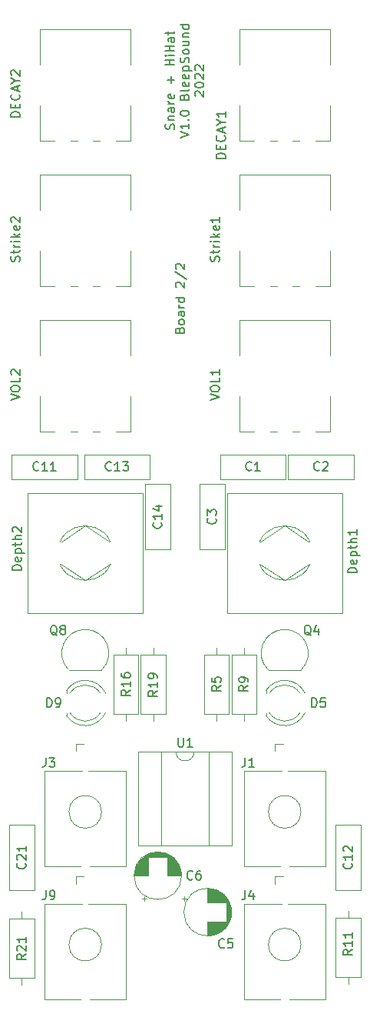
<source format=gto>
G04 #@! TF.GenerationSoftware,KiCad,Pcbnew,(6.0.0)*
G04 #@! TF.CreationDate,2022-01-31T10:20:25+01:00*
G04 #@! TF.ProjectId,Snare+Hihat,536e6172-652b-4486-9968-61742e6b6963,rev?*
G04 #@! TF.SameCoordinates,Original*
G04 #@! TF.FileFunction,Legend,Top*
G04 #@! TF.FilePolarity,Positive*
%FSLAX46Y46*%
G04 Gerber Fmt 4.6, Leading zero omitted, Abs format (unit mm)*
G04 Created by KiCad (PCBNEW (6.0.0)) date 2022-01-31 10:20:25*
%MOMM*%
%LPD*%
G01*
G04 APERTURE LIST*
%ADD10C,0.150000*%
%ADD11C,0.120000*%
%ADD12C,1.600000*%
%ADD13R,1.600000X1.600000*%
%ADD14R,1.800000X1.800000*%
%ADD15C,1.800000*%
%ADD16C,4.000000*%
%ADD17R,1.930000X1.830000*%
%ADD18C,2.130000*%
%ADD19R,1.050000X1.500000*%
%ADD20O,1.050000X1.500000*%
%ADD21O,1.600000X1.600000*%
%ADD22O,3.700000X2.400000*%
%ADD23R,1.700000X1.700000*%
%ADD24O,1.700000X1.700000*%
G04 APERTURE END LIST*
D10*
X92428571Y-65452380D02*
X92476190Y-65309523D01*
X92523809Y-65261904D01*
X92619047Y-65214285D01*
X92761904Y-65214285D01*
X92857142Y-65261904D01*
X92904761Y-65309523D01*
X92952380Y-65404761D01*
X92952380Y-65785714D01*
X91952380Y-65785714D01*
X91952380Y-65452380D01*
X92000000Y-65357142D01*
X92047619Y-65309523D01*
X92142857Y-65261904D01*
X92238095Y-65261904D01*
X92333333Y-65309523D01*
X92380952Y-65357142D01*
X92428571Y-65452380D01*
X92428571Y-65785714D01*
X92952380Y-64642857D02*
X92904761Y-64738095D01*
X92857142Y-64785714D01*
X92761904Y-64833333D01*
X92476190Y-64833333D01*
X92380952Y-64785714D01*
X92333333Y-64738095D01*
X92285714Y-64642857D01*
X92285714Y-64500000D01*
X92333333Y-64404761D01*
X92380952Y-64357142D01*
X92476190Y-64309523D01*
X92761904Y-64309523D01*
X92857142Y-64357142D01*
X92904761Y-64404761D01*
X92952380Y-64500000D01*
X92952380Y-64642857D01*
X92952380Y-63452380D02*
X92428571Y-63452380D01*
X92333333Y-63500000D01*
X92285714Y-63595238D01*
X92285714Y-63785714D01*
X92333333Y-63880952D01*
X92904761Y-63452380D02*
X92952380Y-63547619D01*
X92952380Y-63785714D01*
X92904761Y-63880952D01*
X92809523Y-63928571D01*
X92714285Y-63928571D01*
X92619047Y-63880952D01*
X92571428Y-63785714D01*
X92571428Y-63547619D01*
X92523809Y-63452380D01*
X92952380Y-62976190D02*
X92285714Y-62976190D01*
X92476190Y-62976190D02*
X92380952Y-62928571D01*
X92333333Y-62880952D01*
X92285714Y-62785714D01*
X92285714Y-62690476D01*
X92952380Y-61928571D02*
X91952380Y-61928571D01*
X92904761Y-61928571D02*
X92952380Y-62023809D01*
X92952380Y-62214285D01*
X92904761Y-62309523D01*
X92857142Y-62357142D01*
X92761904Y-62404761D01*
X92476190Y-62404761D01*
X92380952Y-62357142D01*
X92333333Y-62309523D01*
X92285714Y-62214285D01*
X92285714Y-62023809D01*
X92333333Y-61928571D01*
X92047619Y-60738095D02*
X92000000Y-60690476D01*
X91952380Y-60595238D01*
X91952380Y-60357142D01*
X92000000Y-60261904D01*
X92047619Y-60214285D01*
X92142857Y-60166666D01*
X92238095Y-60166666D01*
X92380952Y-60214285D01*
X92952380Y-60785714D01*
X92952380Y-60166666D01*
X91904761Y-59023809D02*
X93190476Y-59880952D01*
X92047619Y-58738095D02*
X92000000Y-58690476D01*
X91952380Y-58595238D01*
X91952380Y-58357142D01*
X92000000Y-58261904D01*
X92047619Y-58214285D01*
X92142857Y-58166666D01*
X92238095Y-58166666D01*
X92380952Y-58214285D01*
X92952380Y-58785714D01*
X92952380Y-58166666D01*
X91794761Y-43333333D02*
X91842380Y-43190476D01*
X91842380Y-42952380D01*
X91794761Y-42857142D01*
X91747142Y-42809523D01*
X91651904Y-42761904D01*
X91556666Y-42761904D01*
X91461428Y-42809523D01*
X91413809Y-42857142D01*
X91366190Y-42952380D01*
X91318571Y-43142857D01*
X91270952Y-43238095D01*
X91223333Y-43285714D01*
X91128095Y-43333333D01*
X91032857Y-43333333D01*
X90937619Y-43285714D01*
X90890000Y-43238095D01*
X90842380Y-43142857D01*
X90842380Y-42904761D01*
X90890000Y-42761904D01*
X91175714Y-42333333D02*
X91842380Y-42333333D01*
X91270952Y-42333333D02*
X91223333Y-42285714D01*
X91175714Y-42190476D01*
X91175714Y-42047619D01*
X91223333Y-41952380D01*
X91318571Y-41904761D01*
X91842380Y-41904761D01*
X91842380Y-41000000D02*
X91318571Y-41000000D01*
X91223333Y-41047619D01*
X91175714Y-41142857D01*
X91175714Y-41333333D01*
X91223333Y-41428571D01*
X91794761Y-41000000D02*
X91842380Y-41095238D01*
X91842380Y-41333333D01*
X91794761Y-41428571D01*
X91699523Y-41476190D01*
X91604285Y-41476190D01*
X91509047Y-41428571D01*
X91461428Y-41333333D01*
X91461428Y-41095238D01*
X91413809Y-41000000D01*
X91842380Y-40523809D02*
X91175714Y-40523809D01*
X91366190Y-40523809D02*
X91270952Y-40476190D01*
X91223333Y-40428571D01*
X91175714Y-40333333D01*
X91175714Y-40238095D01*
X91794761Y-39523809D02*
X91842380Y-39619047D01*
X91842380Y-39809523D01*
X91794761Y-39904761D01*
X91699523Y-39952380D01*
X91318571Y-39952380D01*
X91223333Y-39904761D01*
X91175714Y-39809523D01*
X91175714Y-39619047D01*
X91223333Y-39523809D01*
X91318571Y-39476190D01*
X91413809Y-39476190D01*
X91509047Y-39952380D01*
X91461428Y-38285714D02*
X91461428Y-37523809D01*
X91842380Y-37904761D02*
X91080476Y-37904761D01*
X91842380Y-36285714D02*
X90842380Y-36285714D01*
X91318571Y-36285714D02*
X91318571Y-35714285D01*
X91842380Y-35714285D02*
X90842380Y-35714285D01*
X91842380Y-35238095D02*
X91175714Y-35238095D01*
X90842380Y-35238095D02*
X90890000Y-35285714D01*
X90937619Y-35238095D01*
X90890000Y-35190476D01*
X90842380Y-35238095D01*
X90937619Y-35238095D01*
X91842380Y-34761904D02*
X90842380Y-34761904D01*
X91318571Y-34761904D02*
X91318571Y-34190476D01*
X91842380Y-34190476D02*
X90842380Y-34190476D01*
X91842380Y-33285714D02*
X91318571Y-33285714D01*
X91223333Y-33333333D01*
X91175714Y-33428571D01*
X91175714Y-33619047D01*
X91223333Y-33714285D01*
X91794761Y-33285714D02*
X91842380Y-33380952D01*
X91842380Y-33619047D01*
X91794761Y-33714285D01*
X91699523Y-33761904D01*
X91604285Y-33761904D01*
X91509047Y-33714285D01*
X91461428Y-33619047D01*
X91461428Y-33380952D01*
X91413809Y-33285714D01*
X91175714Y-32952380D02*
X91175714Y-32571428D01*
X90842380Y-32809523D02*
X91699523Y-32809523D01*
X91794761Y-32761904D01*
X91842380Y-32666666D01*
X91842380Y-32571428D01*
X92452380Y-44261904D02*
X93452380Y-43928571D01*
X92452380Y-43595238D01*
X93452380Y-42738095D02*
X93452380Y-43309523D01*
X93452380Y-43023809D02*
X92452380Y-43023809D01*
X92595238Y-43119047D01*
X92690476Y-43214285D01*
X92738095Y-43309523D01*
X93357142Y-42309523D02*
X93404761Y-42261904D01*
X93452380Y-42309523D01*
X93404761Y-42357142D01*
X93357142Y-42309523D01*
X93452380Y-42309523D01*
X92452380Y-41642857D02*
X92452380Y-41547619D01*
X92500000Y-41452380D01*
X92547619Y-41404761D01*
X92642857Y-41357142D01*
X92833333Y-41309523D01*
X93071428Y-41309523D01*
X93261904Y-41357142D01*
X93357142Y-41404761D01*
X93404761Y-41452380D01*
X93452380Y-41547619D01*
X93452380Y-41642857D01*
X93404761Y-41738095D01*
X93357142Y-41785714D01*
X93261904Y-41833333D01*
X93071428Y-41880952D01*
X92833333Y-41880952D01*
X92642857Y-41833333D01*
X92547619Y-41785714D01*
X92500000Y-41738095D01*
X92452380Y-41642857D01*
X92928571Y-39785714D02*
X92976190Y-39642857D01*
X93023809Y-39595238D01*
X93119047Y-39547619D01*
X93261904Y-39547619D01*
X93357142Y-39595238D01*
X93404761Y-39642857D01*
X93452380Y-39738095D01*
X93452380Y-40119047D01*
X92452380Y-40119047D01*
X92452380Y-39785714D01*
X92500000Y-39690476D01*
X92547619Y-39642857D01*
X92642857Y-39595238D01*
X92738095Y-39595238D01*
X92833333Y-39642857D01*
X92880952Y-39690476D01*
X92928571Y-39785714D01*
X92928571Y-40119047D01*
X93452380Y-38976190D02*
X93404761Y-39071428D01*
X93309523Y-39119047D01*
X92452380Y-39119047D01*
X93404761Y-38214285D02*
X93452380Y-38309523D01*
X93452380Y-38500000D01*
X93404761Y-38595238D01*
X93309523Y-38642857D01*
X92928571Y-38642857D01*
X92833333Y-38595238D01*
X92785714Y-38500000D01*
X92785714Y-38309523D01*
X92833333Y-38214285D01*
X92928571Y-38166666D01*
X93023809Y-38166666D01*
X93119047Y-38642857D01*
X93404761Y-37357142D02*
X93452380Y-37452380D01*
X93452380Y-37642857D01*
X93404761Y-37738095D01*
X93309523Y-37785714D01*
X92928571Y-37785714D01*
X92833333Y-37738095D01*
X92785714Y-37642857D01*
X92785714Y-37452380D01*
X92833333Y-37357142D01*
X92928571Y-37309523D01*
X93023809Y-37309523D01*
X93119047Y-37785714D01*
X92785714Y-36880952D02*
X93785714Y-36880952D01*
X92833333Y-36880952D02*
X92785714Y-36785714D01*
X92785714Y-36595238D01*
X92833333Y-36500000D01*
X92880952Y-36452380D01*
X92976190Y-36404761D01*
X93261904Y-36404761D01*
X93357142Y-36452380D01*
X93404761Y-36500000D01*
X93452380Y-36595238D01*
X93452380Y-36785714D01*
X93404761Y-36880952D01*
X93404761Y-36023809D02*
X93452380Y-35880952D01*
X93452380Y-35642857D01*
X93404761Y-35547619D01*
X93357142Y-35500000D01*
X93261904Y-35452380D01*
X93166666Y-35452380D01*
X93071428Y-35500000D01*
X93023809Y-35547619D01*
X92976190Y-35642857D01*
X92928571Y-35833333D01*
X92880952Y-35928571D01*
X92833333Y-35976190D01*
X92738095Y-36023809D01*
X92642857Y-36023809D01*
X92547619Y-35976190D01*
X92500000Y-35928571D01*
X92452380Y-35833333D01*
X92452380Y-35595238D01*
X92500000Y-35452380D01*
X93452380Y-34880952D02*
X93404761Y-34976190D01*
X93357142Y-35023809D01*
X93261904Y-35071428D01*
X92976190Y-35071428D01*
X92880952Y-35023809D01*
X92833333Y-34976190D01*
X92785714Y-34880952D01*
X92785714Y-34738095D01*
X92833333Y-34642857D01*
X92880952Y-34595238D01*
X92976190Y-34547619D01*
X93261904Y-34547619D01*
X93357142Y-34595238D01*
X93404761Y-34642857D01*
X93452380Y-34738095D01*
X93452380Y-34880952D01*
X92785714Y-33690476D02*
X93452380Y-33690476D01*
X92785714Y-34119047D02*
X93309523Y-34119047D01*
X93404761Y-34071428D01*
X93452380Y-33976190D01*
X93452380Y-33833333D01*
X93404761Y-33738095D01*
X93357142Y-33690476D01*
X92785714Y-33214285D02*
X93452380Y-33214285D01*
X92880952Y-33214285D02*
X92833333Y-33166666D01*
X92785714Y-33071428D01*
X92785714Y-32928571D01*
X92833333Y-32833333D01*
X92928571Y-32785714D01*
X93452380Y-32785714D01*
X93452380Y-31880952D02*
X92452380Y-31880952D01*
X93404761Y-31880952D02*
X93452380Y-31976190D01*
X93452380Y-32166666D01*
X93404761Y-32261904D01*
X93357142Y-32309523D01*
X93261904Y-32357142D01*
X92976190Y-32357142D01*
X92880952Y-32309523D01*
X92833333Y-32261904D01*
X92785714Y-32166666D01*
X92785714Y-31976190D01*
X92833333Y-31880952D01*
X94157619Y-39714285D02*
X94110000Y-39666666D01*
X94062380Y-39571428D01*
X94062380Y-39333333D01*
X94110000Y-39238095D01*
X94157619Y-39190476D01*
X94252857Y-39142857D01*
X94348095Y-39142857D01*
X94490952Y-39190476D01*
X95062380Y-39761904D01*
X95062380Y-39142857D01*
X94062380Y-38523809D02*
X94062380Y-38428571D01*
X94110000Y-38333333D01*
X94157619Y-38285714D01*
X94252857Y-38238095D01*
X94443333Y-38190476D01*
X94681428Y-38190476D01*
X94871904Y-38238095D01*
X94967142Y-38285714D01*
X95014761Y-38333333D01*
X95062380Y-38428571D01*
X95062380Y-38523809D01*
X95014761Y-38619047D01*
X94967142Y-38666666D01*
X94871904Y-38714285D01*
X94681428Y-38761904D01*
X94443333Y-38761904D01*
X94252857Y-38714285D01*
X94157619Y-38666666D01*
X94110000Y-38619047D01*
X94062380Y-38523809D01*
X94157619Y-37809523D02*
X94110000Y-37761904D01*
X94062380Y-37666666D01*
X94062380Y-37428571D01*
X94110000Y-37333333D01*
X94157619Y-37285714D01*
X94252857Y-37238095D01*
X94348095Y-37238095D01*
X94490952Y-37285714D01*
X95062380Y-37857142D01*
X95062380Y-37238095D01*
X94157619Y-36857142D02*
X94110000Y-36809523D01*
X94062380Y-36714285D01*
X94062380Y-36476190D01*
X94110000Y-36380952D01*
X94157619Y-36333333D01*
X94252857Y-36285714D01*
X94348095Y-36285714D01*
X94490952Y-36333333D01*
X95062380Y-36904761D01*
X95062380Y-36285714D01*
X100333333Y-80857142D02*
X100285714Y-80904761D01*
X100142857Y-80952380D01*
X100047619Y-80952380D01*
X99904761Y-80904761D01*
X99809523Y-80809523D01*
X99761904Y-80714285D01*
X99714285Y-80523809D01*
X99714285Y-80380952D01*
X99761904Y-80190476D01*
X99809523Y-80095238D01*
X99904761Y-80000000D01*
X100047619Y-79952380D01*
X100142857Y-79952380D01*
X100285714Y-80000000D01*
X100333333Y-80047619D01*
X101285714Y-80952380D02*
X100714285Y-80952380D01*
X101000000Y-80952380D02*
X101000000Y-79952380D01*
X100904761Y-80095238D01*
X100809523Y-80190476D01*
X100714285Y-80238095D01*
X107833333Y-80857142D02*
X107785714Y-80904761D01*
X107642857Y-80952380D01*
X107547619Y-80952380D01*
X107404761Y-80904761D01*
X107309523Y-80809523D01*
X107261904Y-80714285D01*
X107214285Y-80523809D01*
X107214285Y-80380952D01*
X107261904Y-80190476D01*
X107309523Y-80095238D01*
X107404761Y-80000000D01*
X107547619Y-79952380D01*
X107642857Y-79952380D01*
X107785714Y-80000000D01*
X107833333Y-80047619D01*
X108214285Y-80047619D02*
X108261904Y-80000000D01*
X108357142Y-79952380D01*
X108595238Y-79952380D01*
X108690476Y-80000000D01*
X108738095Y-80047619D01*
X108785714Y-80142857D01*
X108785714Y-80238095D01*
X108738095Y-80380952D01*
X108166666Y-80952380D01*
X108785714Y-80952380D01*
X96357142Y-86166666D02*
X96404761Y-86214285D01*
X96452380Y-86357142D01*
X96452380Y-86452380D01*
X96404761Y-86595238D01*
X96309523Y-86690476D01*
X96214285Y-86738095D01*
X96023809Y-86785714D01*
X95880952Y-86785714D01*
X95690476Y-86738095D01*
X95595238Y-86690476D01*
X95500000Y-86595238D01*
X95452380Y-86452380D01*
X95452380Y-86357142D01*
X95500000Y-86214285D01*
X95547619Y-86166666D01*
X95452380Y-85833333D02*
X95452380Y-85214285D01*
X95833333Y-85547619D01*
X95833333Y-85404761D01*
X95880952Y-85309523D01*
X95928571Y-85261904D01*
X96023809Y-85214285D01*
X96261904Y-85214285D01*
X96357142Y-85261904D01*
X96404761Y-85309523D01*
X96452380Y-85404761D01*
X96452380Y-85690476D01*
X96404761Y-85785714D01*
X96357142Y-85833333D01*
X97333333Y-133357142D02*
X97285714Y-133404761D01*
X97142857Y-133452380D01*
X97047619Y-133452380D01*
X96904761Y-133404761D01*
X96809523Y-133309523D01*
X96761904Y-133214285D01*
X96714285Y-133023809D01*
X96714285Y-132880952D01*
X96761904Y-132690476D01*
X96809523Y-132595238D01*
X96904761Y-132500000D01*
X97047619Y-132452380D01*
X97142857Y-132452380D01*
X97285714Y-132500000D01*
X97333333Y-132547619D01*
X98238095Y-132452380D02*
X97761904Y-132452380D01*
X97714285Y-132928571D01*
X97761904Y-132880952D01*
X97857142Y-132833333D01*
X98095238Y-132833333D01*
X98190476Y-132880952D01*
X98238095Y-132928571D01*
X98285714Y-133023809D01*
X98285714Y-133261904D01*
X98238095Y-133357142D01*
X98190476Y-133404761D01*
X98095238Y-133452380D01*
X97857142Y-133452380D01*
X97761904Y-133404761D01*
X97714285Y-133357142D01*
X93833333Y-125857142D02*
X93785714Y-125904761D01*
X93642857Y-125952380D01*
X93547619Y-125952380D01*
X93404761Y-125904761D01*
X93309523Y-125809523D01*
X93261904Y-125714285D01*
X93214285Y-125523809D01*
X93214285Y-125380952D01*
X93261904Y-125190476D01*
X93309523Y-125095238D01*
X93404761Y-125000000D01*
X93547619Y-124952380D01*
X93642857Y-124952380D01*
X93785714Y-125000000D01*
X93833333Y-125047619D01*
X94690476Y-124952380D02*
X94500000Y-124952380D01*
X94404761Y-125000000D01*
X94357142Y-125047619D01*
X94261904Y-125190476D01*
X94214285Y-125380952D01*
X94214285Y-125761904D01*
X94261904Y-125857142D01*
X94309523Y-125904761D01*
X94404761Y-125952380D01*
X94595238Y-125952380D01*
X94690476Y-125904761D01*
X94738095Y-125857142D01*
X94785714Y-125761904D01*
X94785714Y-125523809D01*
X94738095Y-125428571D01*
X94690476Y-125380952D01*
X94595238Y-125333333D01*
X94404761Y-125333333D01*
X94309523Y-125380952D01*
X94261904Y-125428571D01*
X94214285Y-125523809D01*
X76857142Y-80857142D02*
X76809523Y-80904761D01*
X76666666Y-80952380D01*
X76571428Y-80952380D01*
X76428571Y-80904761D01*
X76333333Y-80809523D01*
X76285714Y-80714285D01*
X76238095Y-80523809D01*
X76238095Y-80380952D01*
X76285714Y-80190476D01*
X76333333Y-80095238D01*
X76428571Y-80000000D01*
X76571428Y-79952380D01*
X76666666Y-79952380D01*
X76809523Y-80000000D01*
X76857142Y-80047619D01*
X77809523Y-80952380D02*
X77238095Y-80952380D01*
X77523809Y-80952380D02*
X77523809Y-79952380D01*
X77428571Y-80095238D01*
X77333333Y-80190476D01*
X77238095Y-80238095D01*
X78761904Y-80952380D02*
X78190476Y-80952380D01*
X78476190Y-80952380D02*
X78476190Y-79952380D01*
X78380952Y-80095238D01*
X78285714Y-80190476D01*
X78190476Y-80238095D01*
X111357142Y-124142857D02*
X111404761Y-124190476D01*
X111452380Y-124333333D01*
X111452380Y-124428571D01*
X111404761Y-124571428D01*
X111309523Y-124666666D01*
X111214285Y-124714285D01*
X111023809Y-124761904D01*
X110880952Y-124761904D01*
X110690476Y-124714285D01*
X110595238Y-124666666D01*
X110500000Y-124571428D01*
X110452380Y-124428571D01*
X110452380Y-124333333D01*
X110500000Y-124190476D01*
X110547619Y-124142857D01*
X111452380Y-123190476D02*
X111452380Y-123761904D01*
X111452380Y-123476190D02*
X110452380Y-123476190D01*
X110595238Y-123571428D01*
X110690476Y-123666666D01*
X110738095Y-123761904D01*
X110547619Y-122809523D02*
X110500000Y-122761904D01*
X110452380Y-122666666D01*
X110452380Y-122428571D01*
X110500000Y-122333333D01*
X110547619Y-122285714D01*
X110642857Y-122238095D01*
X110738095Y-122238095D01*
X110880952Y-122285714D01*
X111452380Y-122857142D01*
X111452380Y-122238095D01*
X84857142Y-80857142D02*
X84809523Y-80904761D01*
X84666666Y-80952380D01*
X84571428Y-80952380D01*
X84428571Y-80904761D01*
X84333333Y-80809523D01*
X84285714Y-80714285D01*
X84238095Y-80523809D01*
X84238095Y-80380952D01*
X84285714Y-80190476D01*
X84333333Y-80095238D01*
X84428571Y-80000000D01*
X84571428Y-79952380D01*
X84666666Y-79952380D01*
X84809523Y-80000000D01*
X84857142Y-80047619D01*
X85809523Y-80952380D02*
X85238095Y-80952380D01*
X85523809Y-80952380D02*
X85523809Y-79952380D01*
X85428571Y-80095238D01*
X85333333Y-80190476D01*
X85238095Y-80238095D01*
X86142857Y-79952380D02*
X86761904Y-79952380D01*
X86428571Y-80333333D01*
X86571428Y-80333333D01*
X86666666Y-80380952D01*
X86714285Y-80428571D01*
X86761904Y-80523809D01*
X86761904Y-80761904D01*
X86714285Y-80857142D01*
X86666666Y-80904761D01*
X86571428Y-80952380D01*
X86285714Y-80952380D01*
X86190476Y-80904761D01*
X86142857Y-80857142D01*
X90357142Y-86642857D02*
X90404761Y-86690476D01*
X90452380Y-86833333D01*
X90452380Y-86928571D01*
X90404761Y-87071428D01*
X90309523Y-87166666D01*
X90214285Y-87214285D01*
X90023809Y-87261904D01*
X89880952Y-87261904D01*
X89690476Y-87214285D01*
X89595238Y-87166666D01*
X89500000Y-87071428D01*
X89452380Y-86928571D01*
X89452380Y-86833333D01*
X89500000Y-86690476D01*
X89547619Y-86642857D01*
X90452380Y-85690476D02*
X90452380Y-86261904D01*
X90452380Y-85976190D02*
X89452380Y-85976190D01*
X89595238Y-86071428D01*
X89690476Y-86166666D01*
X89738095Y-86261904D01*
X89785714Y-84833333D02*
X90452380Y-84833333D01*
X89404761Y-85071428D02*
X90119047Y-85309523D01*
X90119047Y-84690476D01*
X75357142Y-124142857D02*
X75404761Y-124190476D01*
X75452380Y-124333333D01*
X75452380Y-124428571D01*
X75404761Y-124571428D01*
X75309523Y-124666666D01*
X75214285Y-124714285D01*
X75023809Y-124761904D01*
X74880952Y-124761904D01*
X74690476Y-124714285D01*
X74595238Y-124666666D01*
X74500000Y-124571428D01*
X74452380Y-124428571D01*
X74452380Y-124333333D01*
X74500000Y-124190476D01*
X74547619Y-124142857D01*
X74547619Y-123761904D02*
X74500000Y-123714285D01*
X74452380Y-123619047D01*
X74452380Y-123380952D01*
X74500000Y-123285714D01*
X74547619Y-123238095D01*
X74642857Y-123190476D01*
X74738095Y-123190476D01*
X74880952Y-123238095D01*
X75452380Y-123809523D01*
X75452380Y-123190476D01*
X75452380Y-122238095D02*
X75452380Y-122809523D01*
X75452380Y-122523809D02*
X74452380Y-122523809D01*
X74595238Y-122619047D01*
X74690476Y-122714285D01*
X74738095Y-122809523D01*
X106986904Y-106952380D02*
X106986904Y-105952380D01*
X107225000Y-105952380D01*
X107367857Y-106000000D01*
X107463095Y-106095238D01*
X107510714Y-106190476D01*
X107558333Y-106380952D01*
X107558333Y-106523809D01*
X107510714Y-106714285D01*
X107463095Y-106809523D01*
X107367857Y-106904761D01*
X107225000Y-106952380D01*
X106986904Y-106952380D01*
X108463095Y-105952380D02*
X107986904Y-105952380D01*
X107939285Y-106428571D01*
X107986904Y-106380952D01*
X108082142Y-106333333D01*
X108320238Y-106333333D01*
X108415476Y-106380952D01*
X108463095Y-106428571D01*
X108510714Y-106523809D01*
X108510714Y-106761904D01*
X108463095Y-106857142D01*
X108415476Y-106904761D01*
X108320238Y-106952380D01*
X108082142Y-106952380D01*
X107986904Y-106904761D01*
X107939285Y-106857142D01*
X77761904Y-106952380D02*
X77761904Y-105952380D01*
X78000000Y-105952380D01*
X78142857Y-106000000D01*
X78238095Y-106095238D01*
X78285714Y-106190476D01*
X78333333Y-106380952D01*
X78333333Y-106523809D01*
X78285714Y-106714285D01*
X78238095Y-106809523D01*
X78142857Y-106904761D01*
X78000000Y-106952380D01*
X77761904Y-106952380D01*
X78809523Y-106952380D02*
X79000000Y-106952380D01*
X79095238Y-106904761D01*
X79142857Y-106857142D01*
X79238095Y-106714285D01*
X79285714Y-106523809D01*
X79285714Y-106142857D01*
X79238095Y-106047619D01*
X79190476Y-106000000D01*
X79095238Y-105952380D01*
X78904761Y-105952380D01*
X78809523Y-106000000D01*
X78761904Y-106047619D01*
X78714285Y-106142857D01*
X78714285Y-106380952D01*
X78761904Y-106476190D01*
X78809523Y-106523809D01*
X78904761Y-106571428D01*
X79095238Y-106571428D01*
X79190476Y-106523809D01*
X79238095Y-106476190D01*
X79285714Y-106380952D01*
X74802380Y-41997619D02*
X73802380Y-41997619D01*
X73802380Y-41759523D01*
X73850000Y-41616666D01*
X73945238Y-41521428D01*
X74040476Y-41473809D01*
X74230952Y-41426190D01*
X74373809Y-41426190D01*
X74564285Y-41473809D01*
X74659523Y-41521428D01*
X74754761Y-41616666D01*
X74802380Y-41759523D01*
X74802380Y-41997619D01*
X74278571Y-40997619D02*
X74278571Y-40664285D01*
X74802380Y-40521428D02*
X74802380Y-40997619D01*
X73802380Y-40997619D01*
X73802380Y-40521428D01*
X74707142Y-39521428D02*
X74754761Y-39569047D01*
X74802380Y-39711904D01*
X74802380Y-39807142D01*
X74754761Y-39950000D01*
X74659523Y-40045238D01*
X74564285Y-40092857D01*
X74373809Y-40140476D01*
X74230952Y-40140476D01*
X74040476Y-40092857D01*
X73945238Y-40045238D01*
X73850000Y-39950000D01*
X73802380Y-39807142D01*
X73802380Y-39711904D01*
X73850000Y-39569047D01*
X73897619Y-39521428D01*
X74516666Y-39140476D02*
X74516666Y-38664285D01*
X74802380Y-39235714D02*
X73802380Y-38902380D01*
X74802380Y-38569047D01*
X74326190Y-38045238D02*
X74802380Y-38045238D01*
X73802380Y-38378571D02*
X74326190Y-38045238D01*
X73802380Y-37711904D01*
X73897619Y-37426190D02*
X73850000Y-37378571D01*
X73802380Y-37283333D01*
X73802380Y-37045238D01*
X73850000Y-36950000D01*
X73897619Y-36902380D01*
X73992857Y-36854761D01*
X74088095Y-36854761D01*
X74230952Y-36902380D01*
X74802380Y-37473809D01*
X74802380Y-36854761D01*
X77636666Y-112532380D02*
X77636666Y-113246666D01*
X77589047Y-113389523D01*
X77493809Y-113484761D01*
X77350952Y-113532380D01*
X77255714Y-113532380D01*
X78017619Y-112532380D02*
X78636666Y-112532380D01*
X78303333Y-112913333D01*
X78446190Y-112913333D01*
X78541428Y-112960952D01*
X78589047Y-113008571D01*
X78636666Y-113103809D01*
X78636666Y-113341904D01*
X78589047Y-113437142D01*
X78541428Y-113484761D01*
X78446190Y-113532380D01*
X78160476Y-113532380D01*
X78065238Y-113484761D01*
X78017619Y-113437142D01*
X99636666Y-127132380D02*
X99636666Y-127846666D01*
X99589047Y-127989523D01*
X99493809Y-128084761D01*
X99350952Y-128132380D01*
X99255714Y-128132380D01*
X100541428Y-127465714D02*
X100541428Y-128132380D01*
X100303333Y-127084761D02*
X100065238Y-127799047D01*
X100684285Y-127799047D01*
X77636666Y-127132380D02*
X77636666Y-127846666D01*
X77589047Y-127989523D01*
X77493809Y-128084761D01*
X77350952Y-128132380D01*
X77255714Y-128132380D01*
X78160476Y-128132380D02*
X78350952Y-128132380D01*
X78446190Y-128084761D01*
X78493809Y-128037142D01*
X78589047Y-127894285D01*
X78636666Y-127703809D01*
X78636666Y-127322857D01*
X78589047Y-127227619D01*
X78541428Y-127180000D01*
X78446190Y-127132380D01*
X78255714Y-127132380D01*
X78160476Y-127180000D01*
X78112857Y-127227619D01*
X78065238Y-127322857D01*
X78065238Y-127560952D01*
X78112857Y-127656190D01*
X78160476Y-127703809D01*
X78255714Y-127751428D01*
X78446190Y-127751428D01*
X78541428Y-127703809D01*
X78589047Y-127656190D01*
X78636666Y-127560952D01*
X106904761Y-99047619D02*
X106809523Y-99000000D01*
X106714285Y-98904761D01*
X106571428Y-98761904D01*
X106476190Y-98714285D01*
X106380952Y-98714285D01*
X106428571Y-98952380D02*
X106333333Y-98904761D01*
X106238095Y-98809523D01*
X106190476Y-98619047D01*
X106190476Y-98285714D01*
X106238095Y-98095238D01*
X106333333Y-98000000D01*
X106428571Y-97952380D01*
X106619047Y-97952380D01*
X106714285Y-98000000D01*
X106809523Y-98095238D01*
X106857142Y-98285714D01*
X106857142Y-98619047D01*
X106809523Y-98809523D01*
X106714285Y-98904761D01*
X106619047Y-98952380D01*
X106428571Y-98952380D01*
X107714285Y-98285714D02*
X107714285Y-98952380D01*
X107476190Y-97904761D02*
X107238095Y-98619047D01*
X107857142Y-98619047D01*
X78904761Y-99047619D02*
X78809523Y-99000000D01*
X78714285Y-98904761D01*
X78571428Y-98761904D01*
X78476190Y-98714285D01*
X78380952Y-98714285D01*
X78428571Y-98952380D02*
X78333333Y-98904761D01*
X78238095Y-98809523D01*
X78190476Y-98619047D01*
X78190476Y-98285714D01*
X78238095Y-98095238D01*
X78333333Y-98000000D01*
X78428571Y-97952380D01*
X78619047Y-97952380D01*
X78714285Y-98000000D01*
X78809523Y-98095238D01*
X78857142Y-98285714D01*
X78857142Y-98619047D01*
X78809523Y-98809523D01*
X78714285Y-98904761D01*
X78619047Y-98952380D01*
X78428571Y-98952380D01*
X79428571Y-98380952D02*
X79333333Y-98333333D01*
X79285714Y-98285714D01*
X79238095Y-98190476D01*
X79238095Y-98142857D01*
X79285714Y-98047619D01*
X79333333Y-98000000D01*
X79428571Y-97952380D01*
X79619047Y-97952380D01*
X79714285Y-98000000D01*
X79761904Y-98047619D01*
X79809523Y-98142857D01*
X79809523Y-98190476D01*
X79761904Y-98285714D01*
X79714285Y-98333333D01*
X79619047Y-98380952D01*
X79428571Y-98380952D01*
X79333333Y-98428571D01*
X79285714Y-98476190D01*
X79238095Y-98571428D01*
X79238095Y-98761904D01*
X79285714Y-98857142D01*
X79333333Y-98904761D01*
X79428571Y-98952380D01*
X79619047Y-98952380D01*
X79714285Y-98904761D01*
X79761904Y-98857142D01*
X79809523Y-98761904D01*
X79809523Y-98571428D01*
X79761904Y-98476190D01*
X79714285Y-98428571D01*
X79619047Y-98380952D01*
X96952380Y-104586666D02*
X96476190Y-104920000D01*
X96952380Y-105158095D02*
X95952380Y-105158095D01*
X95952380Y-104777142D01*
X96000000Y-104681904D01*
X96047619Y-104634285D01*
X96142857Y-104586666D01*
X96285714Y-104586666D01*
X96380952Y-104634285D01*
X96428571Y-104681904D01*
X96476190Y-104777142D01*
X96476190Y-105158095D01*
X95952380Y-103681904D02*
X95952380Y-104158095D01*
X96428571Y-104205714D01*
X96380952Y-104158095D01*
X96333333Y-104062857D01*
X96333333Y-103824761D01*
X96380952Y-103729523D01*
X96428571Y-103681904D01*
X96523809Y-103634285D01*
X96761904Y-103634285D01*
X96857142Y-103681904D01*
X96904761Y-103729523D01*
X96952380Y-103824761D01*
X96952380Y-104062857D01*
X96904761Y-104158095D01*
X96857142Y-104205714D01*
X99952380Y-104586666D02*
X99476190Y-104920000D01*
X99952380Y-105158095D02*
X98952380Y-105158095D01*
X98952380Y-104777142D01*
X99000000Y-104681904D01*
X99047619Y-104634285D01*
X99142857Y-104586666D01*
X99285714Y-104586666D01*
X99380952Y-104634285D01*
X99428571Y-104681904D01*
X99476190Y-104777142D01*
X99476190Y-105158095D01*
X99952380Y-104110476D02*
X99952380Y-103920000D01*
X99904761Y-103824761D01*
X99857142Y-103777142D01*
X99714285Y-103681904D01*
X99523809Y-103634285D01*
X99142857Y-103634285D01*
X99047619Y-103681904D01*
X99000000Y-103729523D01*
X98952380Y-103824761D01*
X98952380Y-104015238D01*
X99000000Y-104110476D01*
X99047619Y-104158095D01*
X99142857Y-104205714D01*
X99380952Y-104205714D01*
X99476190Y-104158095D01*
X99523809Y-104110476D01*
X99571428Y-104015238D01*
X99571428Y-103824761D01*
X99523809Y-103729523D01*
X99476190Y-103681904D01*
X99380952Y-103634285D01*
X111452380Y-133642857D02*
X110976190Y-133976190D01*
X111452380Y-134214285D02*
X110452380Y-134214285D01*
X110452380Y-133833333D01*
X110500000Y-133738095D01*
X110547619Y-133690476D01*
X110642857Y-133642857D01*
X110785714Y-133642857D01*
X110880952Y-133690476D01*
X110928571Y-133738095D01*
X110976190Y-133833333D01*
X110976190Y-134214285D01*
X111452380Y-132690476D02*
X111452380Y-133261904D01*
X111452380Y-132976190D02*
X110452380Y-132976190D01*
X110595238Y-133071428D01*
X110690476Y-133166666D01*
X110738095Y-133261904D01*
X111452380Y-131738095D02*
X111452380Y-132309523D01*
X111452380Y-132023809D02*
X110452380Y-132023809D01*
X110595238Y-132119047D01*
X110690476Y-132214285D01*
X110738095Y-132309523D01*
X86952380Y-105062857D02*
X86476190Y-105396190D01*
X86952380Y-105634285D02*
X85952380Y-105634285D01*
X85952380Y-105253333D01*
X86000000Y-105158095D01*
X86047619Y-105110476D01*
X86142857Y-105062857D01*
X86285714Y-105062857D01*
X86380952Y-105110476D01*
X86428571Y-105158095D01*
X86476190Y-105253333D01*
X86476190Y-105634285D01*
X86952380Y-104110476D02*
X86952380Y-104681904D01*
X86952380Y-104396190D02*
X85952380Y-104396190D01*
X86095238Y-104491428D01*
X86190476Y-104586666D01*
X86238095Y-104681904D01*
X85952380Y-103253333D02*
X85952380Y-103443809D01*
X86000000Y-103539047D01*
X86047619Y-103586666D01*
X86190476Y-103681904D01*
X86380952Y-103729523D01*
X86761904Y-103729523D01*
X86857142Y-103681904D01*
X86904761Y-103634285D01*
X86952380Y-103539047D01*
X86952380Y-103348571D01*
X86904761Y-103253333D01*
X86857142Y-103205714D01*
X86761904Y-103158095D01*
X86523809Y-103158095D01*
X86428571Y-103205714D01*
X86380952Y-103253333D01*
X86333333Y-103348571D01*
X86333333Y-103539047D01*
X86380952Y-103634285D01*
X86428571Y-103681904D01*
X86523809Y-103729523D01*
X89952380Y-105142857D02*
X89476190Y-105476190D01*
X89952380Y-105714285D02*
X88952380Y-105714285D01*
X88952380Y-105333333D01*
X89000000Y-105238095D01*
X89047619Y-105190476D01*
X89142857Y-105142857D01*
X89285714Y-105142857D01*
X89380952Y-105190476D01*
X89428571Y-105238095D01*
X89476190Y-105333333D01*
X89476190Y-105714285D01*
X89952380Y-104190476D02*
X89952380Y-104761904D01*
X89952380Y-104476190D02*
X88952380Y-104476190D01*
X89095238Y-104571428D01*
X89190476Y-104666666D01*
X89238095Y-104761904D01*
X89952380Y-103714285D02*
X89952380Y-103523809D01*
X89904761Y-103428571D01*
X89857142Y-103380952D01*
X89714285Y-103285714D01*
X89523809Y-103238095D01*
X89142857Y-103238095D01*
X89047619Y-103285714D01*
X89000000Y-103333333D01*
X88952380Y-103428571D01*
X88952380Y-103619047D01*
X89000000Y-103714285D01*
X89047619Y-103761904D01*
X89142857Y-103809523D01*
X89380952Y-103809523D01*
X89476190Y-103761904D01*
X89523809Y-103714285D01*
X89571428Y-103619047D01*
X89571428Y-103428571D01*
X89523809Y-103333333D01*
X89476190Y-103285714D01*
X89380952Y-103238095D01*
X75452380Y-134142857D02*
X74976190Y-134476190D01*
X75452380Y-134714285D02*
X74452380Y-134714285D01*
X74452380Y-134333333D01*
X74500000Y-134238095D01*
X74547619Y-134190476D01*
X74642857Y-134142857D01*
X74785714Y-134142857D01*
X74880952Y-134190476D01*
X74928571Y-134238095D01*
X74976190Y-134333333D01*
X74976190Y-134714285D01*
X74547619Y-133761904D02*
X74500000Y-133714285D01*
X74452380Y-133619047D01*
X74452380Y-133380952D01*
X74500000Y-133285714D01*
X74547619Y-133238095D01*
X74642857Y-133190476D01*
X74738095Y-133190476D01*
X74880952Y-133238095D01*
X75452380Y-133809523D01*
X75452380Y-133190476D01*
X75452380Y-132238095D02*
X75452380Y-132809523D01*
X75452380Y-132523809D02*
X74452380Y-132523809D01*
X74595238Y-132619047D01*
X74690476Y-132714285D01*
X74738095Y-132809523D01*
X74754761Y-57878571D02*
X74802380Y-57735714D01*
X74802380Y-57497619D01*
X74754761Y-57402380D01*
X74707142Y-57354761D01*
X74611904Y-57307142D01*
X74516666Y-57307142D01*
X74421428Y-57354761D01*
X74373809Y-57402380D01*
X74326190Y-57497619D01*
X74278571Y-57688095D01*
X74230952Y-57783333D01*
X74183333Y-57830952D01*
X74088095Y-57878571D01*
X73992857Y-57878571D01*
X73897619Y-57830952D01*
X73850000Y-57783333D01*
X73802380Y-57688095D01*
X73802380Y-57450000D01*
X73850000Y-57307142D01*
X74135714Y-57021428D02*
X74135714Y-56640476D01*
X73802380Y-56878571D02*
X74659523Y-56878571D01*
X74754761Y-56830952D01*
X74802380Y-56735714D01*
X74802380Y-56640476D01*
X74802380Y-56307142D02*
X74135714Y-56307142D01*
X74326190Y-56307142D02*
X74230952Y-56259523D01*
X74183333Y-56211904D01*
X74135714Y-56116666D01*
X74135714Y-56021428D01*
X74802380Y-55688095D02*
X74135714Y-55688095D01*
X73802380Y-55688095D02*
X73850000Y-55735714D01*
X73897619Y-55688095D01*
X73850000Y-55640476D01*
X73802380Y-55688095D01*
X73897619Y-55688095D01*
X74802380Y-55211904D02*
X73802380Y-55211904D01*
X74421428Y-55116666D02*
X74802380Y-54830952D01*
X74135714Y-54830952D02*
X74516666Y-55211904D01*
X74754761Y-54021428D02*
X74802380Y-54116666D01*
X74802380Y-54307142D01*
X74754761Y-54402380D01*
X74659523Y-54450000D01*
X74278571Y-54450000D01*
X74183333Y-54402380D01*
X74135714Y-54307142D01*
X74135714Y-54116666D01*
X74183333Y-54021428D01*
X74278571Y-53973809D01*
X74373809Y-53973809D01*
X74469047Y-54450000D01*
X73897619Y-53592857D02*
X73850000Y-53545238D01*
X73802380Y-53450000D01*
X73802380Y-53211904D01*
X73850000Y-53116666D01*
X73897619Y-53069047D01*
X73992857Y-53021428D01*
X74088095Y-53021428D01*
X74230952Y-53069047D01*
X74802380Y-53640476D01*
X74802380Y-53021428D01*
X97452380Y-46547619D02*
X96452380Y-46547619D01*
X96452380Y-46309523D01*
X96500000Y-46166666D01*
X96595238Y-46071428D01*
X96690476Y-46023809D01*
X96880952Y-45976190D01*
X97023809Y-45976190D01*
X97214285Y-46023809D01*
X97309523Y-46071428D01*
X97404761Y-46166666D01*
X97452380Y-46309523D01*
X97452380Y-46547619D01*
X96928571Y-45547619D02*
X96928571Y-45214285D01*
X97452380Y-45071428D02*
X97452380Y-45547619D01*
X96452380Y-45547619D01*
X96452380Y-45071428D01*
X97357142Y-44071428D02*
X97404761Y-44119047D01*
X97452380Y-44261904D01*
X97452380Y-44357142D01*
X97404761Y-44500000D01*
X97309523Y-44595238D01*
X97214285Y-44642857D01*
X97023809Y-44690476D01*
X96880952Y-44690476D01*
X96690476Y-44642857D01*
X96595238Y-44595238D01*
X96500000Y-44500000D01*
X96452380Y-44357142D01*
X96452380Y-44261904D01*
X96500000Y-44119047D01*
X96547619Y-44071428D01*
X97166666Y-43690476D02*
X97166666Y-43214285D01*
X97452380Y-43785714D02*
X96452380Y-43452380D01*
X97452380Y-43119047D01*
X96976190Y-42595238D02*
X97452380Y-42595238D01*
X96452380Y-42928571D02*
X96976190Y-42595238D01*
X96452380Y-42261904D01*
X97452380Y-41404761D02*
X97452380Y-41976190D01*
X97452380Y-41690476D02*
X96452380Y-41690476D01*
X96595238Y-41785714D01*
X96690476Y-41880952D01*
X96738095Y-41976190D01*
X96754761Y-57878571D02*
X96802380Y-57735714D01*
X96802380Y-57497619D01*
X96754761Y-57402380D01*
X96707142Y-57354761D01*
X96611904Y-57307142D01*
X96516666Y-57307142D01*
X96421428Y-57354761D01*
X96373809Y-57402380D01*
X96326190Y-57497619D01*
X96278571Y-57688095D01*
X96230952Y-57783333D01*
X96183333Y-57830952D01*
X96088095Y-57878571D01*
X95992857Y-57878571D01*
X95897619Y-57830952D01*
X95850000Y-57783333D01*
X95802380Y-57688095D01*
X95802380Y-57450000D01*
X95850000Y-57307142D01*
X96135714Y-57021428D02*
X96135714Y-56640476D01*
X95802380Y-56878571D02*
X96659523Y-56878571D01*
X96754761Y-56830952D01*
X96802380Y-56735714D01*
X96802380Y-56640476D01*
X96802380Y-56307142D02*
X96135714Y-56307142D01*
X96326190Y-56307142D02*
X96230952Y-56259523D01*
X96183333Y-56211904D01*
X96135714Y-56116666D01*
X96135714Y-56021428D01*
X96802380Y-55688095D02*
X96135714Y-55688095D01*
X95802380Y-55688095D02*
X95850000Y-55735714D01*
X95897619Y-55688095D01*
X95850000Y-55640476D01*
X95802380Y-55688095D01*
X95897619Y-55688095D01*
X96802380Y-55211904D02*
X95802380Y-55211904D01*
X96421428Y-55116666D02*
X96802380Y-54830952D01*
X96135714Y-54830952D02*
X96516666Y-55211904D01*
X96754761Y-54021428D02*
X96802380Y-54116666D01*
X96802380Y-54307142D01*
X96754761Y-54402380D01*
X96659523Y-54450000D01*
X96278571Y-54450000D01*
X96183333Y-54402380D01*
X96135714Y-54307142D01*
X96135714Y-54116666D01*
X96183333Y-54021428D01*
X96278571Y-53973809D01*
X96373809Y-53973809D01*
X96469047Y-54450000D01*
X96802380Y-53021428D02*
X96802380Y-53592857D01*
X96802380Y-53307142D02*
X95802380Y-53307142D01*
X95945238Y-53402380D01*
X96040476Y-53497619D01*
X96088095Y-53592857D01*
X95802380Y-73188095D02*
X96802380Y-72854761D01*
X95802380Y-72521428D01*
X95802380Y-71997619D02*
X95802380Y-71807142D01*
X95850000Y-71711904D01*
X95945238Y-71616666D01*
X96135714Y-71569047D01*
X96469047Y-71569047D01*
X96659523Y-71616666D01*
X96754761Y-71711904D01*
X96802380Y-71807142D01*
X96802380Y-71997619D01*
X96754761Y-72092857D01*
X96659523Y-72188095D01*
X96469047Y-72235714D01*
X96135714Y-72235714D01*
X95945238Y-72188095D01*
X95850000Y-72092857D01*
X95802380Y-71997619D01*
X96802380Y-70664285D02*
X96802380Y-71140476D01*
X95802380Y-71140476D01*
X96802380Y-69807142D02*
X96802380Y-70378571D01*
X96802380Y-70092857D02*
X95802380Y-70092857D01*
X95945238Y-70188095D01*
X96040476Y-70283333D01*
X96088095Y-70378571D01*
X73802380Y-73188095D02*
X74802380Y-72854761D01*
X73802380Y-72521428D01*
X73802380Y-71997619D02*
X73802380Y-71807142D01*
X73850000Y-71711904D01*
X73945238Y-71616666D01*
X74135714Y-71569047D01*
X74469047Y-71569047D01*
X74659523Y-71616666D01*
X74754761Y-71711904D01*
X74802380Y-71807142D01*
X74802380Y-71997619D01*
X74754761Y-72092857D01*
X74659523Y-72188095D01*
X74469047Y-72235714D01*
X74135714Y-72235714D01*
X73945238Y-72188095D01*
X73850000Y-72092857D01*
X73802380Y-71997619D01*
X74802380Y-70664285D02*
X74802380Y-71140476D01*
X73802380Y-71140476D01*
X73897619Y-70378571D02*
X73850000Y-70330952D01*
X73802380Y-70235714D01*
X73802380Y-69997619D01*
X73850000Y-69902380D01*
X73897619Y-69854761D01*
X73992857Y-69807142D01*
X74088095Y-69807142D01*
X74230952Y-69854761D01*
X74802380Y-70426190D01*
X74802380Y-69807142D01*
X99636666Y-112532380D02*
X99636666Y-113246666D01*
X99589047Y-113389523D01*
X99493809Y-113484761D01*
X99350952Y-113532380D01*
X99255714Y-113532380D01*
X100636666Y-113532380D02*
X100065238Y-113532380D01*
X100350952Y-113532380D02*
X100350952Y-112532380D01*
X100255714Y-112675238D01*
X100160476Y-112770476D01*
X100065238Y-112818095D01*
X111952380Y-92157142D02*
X110952380Y-92157142D01*
X110952380Y-91919047D01*
X111000000Y-91776190D01*
X111095238Y-91680952D01*
X111190476Y-91633333D01*
X111380952Y-91585714D01*
X111523809Y-91585714D01*
X111714285Y-91633333D01*
X111809523Y-91680952D01*
X111904761Y-91776190D01*
X111952380Y-91919047D01*
X111952380Y-92157142D01*
X111904761Y-90776190D02*
X111952380Y-90871428D01*
X111952380Y-91061904D01*
X111904761Y-91157142D01*
X111809523Y-91204761D01*
X111428571Y-91204761D01*
X111333333Y-91157142D01*
X111285714Y-91061904D01*
X111285714Y-90871428D01*
X111333333Y-90776190D01*
X111428571Y-90728571D01*
X111523809Y-90728571D01*
X111619047Y-91204761D01*
X111285714Y-90300000D02*
X112285714Y-90300000D01*
X111333333Y-90300000D02*
X111285714Y-90204761D01*
X111285714Y-90014285D01*
X111333333Y-89919047D01*
X111380952Y-89871428D01*
X111476190Y-89823809D01*
X111761904Y-89823809D01*
X111857142Y-89871428D01*
X111904761Y-89919047D01*
X111952380Y-90014285D01*
X111952380Y-90204761D01*
X111904761Y-90300000D01*
X111285714Y-89538095D02*
X111285714Y-89157142D01*
X110952380Y-89395238D02*
X111809523Y-89395238D01*
X111904761Y-89347619D01*
X111952380Y-89252380D01*
X111952380Y-89157142D01*
X111952380Y-88823809D02*
X110952380Y-88823809D01*
X111952380Y-88395238D02*
X111428571Y-88395238D01*
X111333333Y-88442857D01*
X111285714Y-88538095D01*
X111285714Y-88680952D01*
X111333333Y-88776190D01*
X111380952Y-88823809D01*
X111952380Y-87395238D02*
X111952380Y-87966666D01*
X111952380Y-87680952D02*
X110952380Y-87680952D01*
X111095238Y-87776190D01*
X111190476Y-87871428D01*
X111238095Y-87966666D01*
X74952380Y-91857142D02*
X73952380Y-91857142D01*
X73952380Y-91619047D01*
X74000000Y-91476190D01*
X74095238Y-91380952D01*
X74190476Y-91333333D01*
X74380952Y-91285714D01*
X74523809Y-91285714D01*
X74714285Y-91333333D01*
X74809523Y-91380952D01*
X74904761Y-91476190D01*
X74952380Y-91619047D01*
X74952380Y-91857142D01*
X74904761Y-90476190D02*
X74952380Y-90571428D01*
X74952380Y-90761904D01*
X74904761Y-90857142D01*
X74809523Y-90904761D01*
X74428571Y-90904761D01*
X74333333Y-90857142D01*
X74285714Y-90761904D01*
X74285714Y-90571428D01*
X74333333Y-90476190D01*
X74428571Y-90428571D01*
X74523809Y-90428571D01*
X74619047Y-90904761D01*
X74285714Y-90000000D02*
X75285714Y-90000000D01*
X74333333Y-90000000D02*
X74285714Y-89904761D01*
X74285714Y-89714285D01*
X74333333Y-89619047D01*
X74380952Y-89571428D01*
X74476190Y-89523809D01*
X74761904Y-89523809D01*
X74857142Y-89571428D01*
X74904761Y-89619047D01*
X74952380Y-89714285D01*
X74952380Y-89904761D01*
X74904761Y-90000000D01*
X74285714Y-89238095D02*
X74285714Y-88857142D01*
X73952380Y-89095238D02*
X74809523Y-89095238D01*
X74904761Y-89047619D01*
X74952380Y-88952380D01*
X74952380Y-88857142D01*
X74952380Y-88523809D02*
X73952380Y-88523809D01*
X74952380Y-88095238D02*
X74428571Y-88095238D01*
X74333333Y-88142857D01*
X74285714Y-88238095D01*
X74285714Y-88380952D01*
X74333333Y-88476190D01*
X74380952Y-88523809D01*
X74047619Y-87666666D02*
X74000000Y-87619047D01*
X73952380Y-87523809D01*
X73952380Y-87285714D01*
X74000000Y-87190476D01*
X74047619Y-87142857D01*
X74142857Y-87095238D01*
X74238095Y-87095238D01*
X74380952Y-87142857D01*
X74952380Y-87714285D01*
X74952380Y-87095238D01*
X92248095Y-110322380D02*
X92248095Y-111131904D01*
X92295714Y-111227142D01*
X92343333Y-111274761D01*
X92438571Y-111322380D01*
X92629047Y-111322380D01*
X92724285Y-111274761D01*
X92771904Y-111227142D01*
X92819523Y-111131904D01*
X92819523Y-110322380D01*
X93819523Y-111322380D02*
X93248095Y-111322380D01*
X93533809Y-111322380D02*
X93533809Y-110322380D01*
X93438571Y-110465238D01*
X93343333Y-110560476D01*
X93248095Y-110608095D01*
D11*
X104120000Y-81870000D02*
X104120000Y-79130000D01*
X104120000Y-79130000D02*
X96880000Y-79130000D01*
X104120000Y-81870000D02*
X96880000Y-81870000D01*
X96880000Y-81870000D02*
X96880000Y-79130000D01*
X104380000Y-79130000D02*
X111620000Y-79130000D01*
X104380000Y-81870000D02*
X111620000Y-81870000D01*
X111620000Y-79130000D02*
X111620000Y-81870000D01*
X104380000Y-79130000D02*
X104380000Y-81870000D01*
X97370000Y-89620000D02*
X94630000Y-89620000D01*
X97370000Y-82380000D02*
X97370000Y-89620000D01*
X94630000Y-82380000D02*
X94630000Y-89620000D01*
X97370000Y-82380000D02*
X94630000Y-82380000D01*
X96741000Y-127232000D02*
X96741000Y-128460000D01*
X97061000Y-127435000D02*
X97061000Y-128460000D01*
X96461000Y-127102000D02*
X96461000Y-128460000D01*
X95820000Y-130540000D02*
X95820000Y-132061000D01*
X95580000Y-130540000D02*
X95580000Y-132079000D01*
X96100000Y-126989000D02*
X96100000Y-128460000D01*
X95540000Y-130540000D02*
X95540000Y-132080000D01*
X95940000Y-130540000D02*
X95940000Y-132043000D01*
X97261000Y-127599000D02*
X97261000Y-128460000D01*
X97421000Y-127757000D02*
X97421000Y-128460000D01*
X96821000Y-127276000D02*
X96821000Y-128460000D01*
X95620000Y-126922000D02*
X95620000Y-128460000D01*
X97701000Y-128117000D02*
X97701000Y-130883000D01*
X96861000Y-130540000D02*
X96861000Y-131700000D01*
X96741000Y-130540000D02*
X96741000Y-131768000D01*
X95980000Y-130540000D02*
X95980000Y-132036000D01*
X97621000Y-128000000D02*
X97621000Y-131000000D01*
X97141000Y-130540000D02*
X97141000Y-131504000D01*
X96140000Y-126999000D02*
X96140000Y-128460000D01*
X97301000Y-130540000D02*
X97301000Y-131364000D01*
X97341000Y-130540000D02*
X97341000Y-131326000D01*
X97461000Y-130540000D02*
X97461000Y-131199000D01*
X96941000Y-130540000D02*
X96941000Y-131649000D01*
X96221000Y-130540000D02*
X96221000Y-131980000D01*
X95820000Y-126939000D02*
X95820000Y-128460000D01*
X96541000Y-130540000D02*
X96541000Y-131865000D01*
X96581000Y-130540000D02*
X96581000Y-131848000D01*
X92695225Y-128025000D02*
X93195225Y-128025000D01*
X97781000Y-128249000D02*
X97781000Y-130751000D01*
X95700000Y-130540000D02*
X95700000Y-132073000D01*
X96060000Y-126980000D02*
X96060000Y-128460000D01*
X97821000Y-128322000D02*
X97821000Y-130678000D01*
X97941000Y-128585000D02*
X97941000Y-130415000D01*
X96180000Y-127009000D02*
X96180000Y-128460000D01*
X97461000Y-127801000D02*
X97461000Y-128460000D01*
X95940000Y-126957000D02*
X95940000Y-128460000D01*
X96621000Y-130540000D02*
X96621000Y-131829000D01*
X96581000Y-127152000D02*
X96581000Y-128460000D01*
X96461000Y-130540000D02*
X96461000Y-131898000D01*
X96180000Y-130540000D02*
X96180000Y-131991000D01*
X95900000Y-126950000D02*
X95900000Y-128460000D01*
X95500000Y-126920000D02*
X95500000Y-128460000D01*
X96661000Y-130540000D02*
X96661000Y-131810000D01*
X97861000Y-128402000D02*
X97861000Y-130598000D01*
X96541000Y-127135000D02*
X96541000Y-128460000D01*
X96941000Y-127351000D02*
X96941000Y-128460000D01*
X97141000Y-127496000D02*
X97141000Y-128460000D01*
X92945225Y-127775000D02*
X92945225Y-128275000D01*
X95780000Y-130540000D02*
X95780000Y-132065000D01*
X96421000Y-130540000D02*
X96421000Y-131914000D01*
X97381000Y-130540000D02*
X97381000Y-131285000D01*
X95500000Y-130540000D02*
X95500000Y-132080000D01*
X96341000Y-127058000D02*
X96341000Y-128460000D01*
X96301000Y-130540000D02*
X96301000Y-131955000D01*
X96020000Y-130540000D02*
X96020000Y-132028000D01*
X97581000Y-127946000D02*
X97581000Y-131054000D01*
X97981000Y-128695000D02*
X97981000Y-130305000D01*
X97101000Y-130540000D02*
X97101000Y-131535000D01*
X95660000Y-126924000D02*
X95660000Y-128460000D01*
X97181000Y-130540000D02*
X97181000Y-131471000D01*
X97221000Y-130540000D02*
X97221000Y-131437000D01*
X98021000Y-128823000D02*
X98021000Y-130177000D01*
X97221000Y-127563000D02*
X97221000Y-128460000D01*
X97501000Y-127847000D02*
X97501000Y-128460000D01*
X96301000Y-127045000D02*
X96301000Y-128460000D01*
X97301000Y-127636000D02*
X97301000Y-128460000D01*
X96501000Y-127118000D02*
X96501000Y-128460000D01*
X96781000Y-130540000D02*
X96781000Y-131747000D01*
X95980000Y-126964000D02*
X95980000Y-128460000D01*
X97181000Y-127529000D02*
X97181000Y-128460000D01*
X96901000Y-130540000D02*
X96901000Y-131675000D01*
X96341000Y-130540000D02*
X96341000Y-131942000D01*
X96621000Y-127171000D02*
X96621000Y-128460000D01*
X95580000Y-126921000D02*
X95580000Y-128460000D01*
X97421000Y-130540000D02*
X97421000Y-131243000D01*
X98061000Y-128982000D02*
X98061000Y-130018000D01*
X97901000Y-128489000D02*
X97901000Y-130511000D01*
X96060000Y-130540000D02*
X96060000Y-132020000D01*
X96501000Y-130540000D02*
X96501000Y-131882000D01*
X97741000Y-128181000D02*
X97741000Y-130819000D01*
X97061000Y-130540000D02*
X97061000Y-131565000D01*
X95540000Y-126920000D02*
X95540000Y-128460000D01*
X97381000Y-127715000D02*
X97381000Y-128460000D01*
X95660000Y-130540000D02*
X95660000Y-132076000D01*
X96020000Y-126972000D02*
X96020000Y-128460000D01*
X95860000Y-126944000D02*
X95860000Y-128460000D01*
X96261000Y-130540000D02*
X96261000Y-131968000D01*
X96100000Y-130540000D02*
X96100000Y-132011000D01*
X97261000Y-130540000D02*
X97261000Y-131401000D01*
X97341000Y-127674000D02*
X97341000Y-128460000D01*
X95740000Y-130540000D02*
X95740000Y-132069000D01*
X96261000Y-127032000D02*
X96261000Y-128460000D01*
X95900000Y-130540000D02*
X95900000Y-132050000D01*
X96140000Y-130540000D02*
X96140000Y-132001000D01*
X95780000Y-126935000D02*
X95780000Y-128460000D01*
X96381000Y-127072000D02*
X96381000Y-128460000D01*
X98101000Y-129216000D02*
X98101000Y-129784000D01*
X96701000Y-130540000D02*
X96701000Y-131790000D01*
X96221000Y-127020000D02*
X96221000Y-128460000D01*
X97021000Y-127405000D02*
X97021000Y-128460000D01*
X96781000Y-127253000D02*
X96781000Y-128460000D01*
X96901000Y-127325000D02*
X96901000Y-128460000D01*
X96861000Y-127300000D02*
X96861000Y-128460000D01*
X97021000Y-130540000D02*
X97021000Y-131595000D01*
X96701000Y-127210000D02*
X96701000Y-128460000D01*
X95700000Y-126927000D02*
X95700000Y-128460000D01*
X97501000Y-130540000D02*
X97501000Y-131153000D01*
X96981000Y-127378000D02*
X96981000Y-128460000D01*
X96981000Y-130540000D02*
X96981000Y-131622000D01*
X96421000Y-127086000D02*
X96421000Y-128460000D01*
X96821000Y-130540000D02*
X96821000Y-131724000D01*
X95620000Y-130540000D02*
X95620000Y-132078000D01*
X97541000Y-127895000D02*
X97541000Y-131105000D01*
X97661000Y-128057000D02*
X97661000Y-130943000D01*
X97101000Y-127465000D02*
X97101000Y-128460000D01*
X95860000Y-130540000D02*
X95860000Y-132056000D01*
X95740000Y-126931000D02*
X95740000Y-128460000D01*
X96381000Y-130540000D02*
X96381000Y-131928000D01*
X96661000Y-127190000D02*
X96661000Y-128460000D01*
X98120000Y-129500000D02*
G75*
G03*
X98120000Y-129500000I-2620000J0D01*
G01*
X88989000Y-123099000D02*
X91011000Y-123099000D01*
X91040000Y-123659000D02*
X91826000Y-123659000D01*
X87435000Y-125220000D02*
X88960000Y-125220000D01*
X88395000Y-123459000D02*
X91605000Y-123459000D01*
X88446000Y-123419000D02*
X91554000Y-123419000D01*
X91040000Y-123499000D02*
X91653000Y-123499000D01*
X91040000Y-124179000D02*
X92224000Y-124179000D01*
X87499000Y-124860000D02*
X88960000Y-124860000D01*
X87532000Y-124739000D02*
X88960000Y-124739000D01*
X87851000Y-124059000D02*
X88960000Y-124059000D01*
X91040000Y-124299000D02*
X92290000Y-124299000D01*
X88257000Y-123579000D02*
X88960000Y-123579000D01*
X87935000Y-123939000D02*
X88960000Y-123939000D01*
X91040000Y-125260000D02*
X92569000Y-125260000D01*
X91040000Y-125420000D02*
X92579000Y-125420000D01*
X91040000Y-123619000D02*
X91785000Y-123619000D01*
X91040000Y-124860000D02*
X92501000Y-124860000D01*
X88301000Y-123539000D02*
X88960000Y-123539000D01*
X91040000Y-123939000D02*
X92065000Y-123939000D01*
X87545000Y-124699000D02*
X88960000Y-124699000D01*
X91040000Y-125180000D02*
X92561000Y-125180000D01*
X91040000Y-124940000D02*
X92520000Y-124940000D01*
X88174000Y-123659000D02*
X88960000Y-123659000D01*
X91040000Y-123819000D02*
X91971000Y-123819000D01*
X91040000Y-124779000D02*
X92480000Y-124779000D01*
X91040000Y-125060000D02*
X92543000Y-125060000D01*
X88275000Y-128054775D02*
X88775000Y-128054775D01*
X87420000Y-125500000D02*
X88960000Y-125500000D01*
X88099000Y-123739000D02*
X88960000Y-123739000D01*
X91040000Y-124980000D02*
X92528000Y-124980000D01*
X89323000Y-122979000D02*
X90677000Y-122979000D01*
X91040000Y-123779000D02*
X91937000Y-123779000D01*
X88525000Y-128304775D02*
X88525000Y-127804775D01*
X88557000Y-123339000D02*
X91443000Y-123339000D01*
X91040000Y-123579000D02*
X91743000Y-123579000D01*
X88347000Y-123499000D02*
X88960000Y-123499000D01*
X91040000Y-123539000D02*
X91699000Y-123539000D01*
X91040000Y-124379000D02*
X92329000Y-124379000D01*
X87652000Y-124419000D02*
X88960000Y-124419000D01*
X87431000Y-125260000D02*
X88960000Y-125260000D01*
X87776000Y-124179000D02*
X88960000Y-124179000D01*
X87427000Y-125300000D02*
X88960000Y-125300000D01*
X91040000Y-124579000D02*
X92414000Y-124579000D01*
X87732000Y-124259000D02*
X88960000Y-124259000D01*
X87800000Y-124139000D02*
X88960000Y-124139000D01*
X87520000Y-124779000D02*
X88960000Y-124779000D01*
X87572000Y-124619000D02*
X88960000Y-124619000D01*
X91040000Y-124459000D02*
X92365000Y-124459000D01*
X88902000Y-123139000D02*
X91098000Y-123139000D01*
X87424000Y-125340000D02*
X88960000Y-125340000D01*
X91040000Y-125300000D02*
X92573000Y-125300000D01*
X91040000Y-124059000D02*
X92149000Y-124059000D01*
X91040000Y-123979000D02*
X92095000Y-123979000D01*
X87472000Y-124980000D02*
X88960000Y-124980000D01*
X91040000Y-124139000D02*
X92200000Y-124139000D01*
X88681000Y-123259000D02*
X91319000Y-123259000D01*
X87825000Y-124099000D02*
X88960000Y-124099000D01*
X88822000Y-123179000D02*
X91178000Y-123179000D01*
X91040000Y-123699000D02*
X91864000Y-123699000D01*
X87489000Y-124900000D02*
X88960000Y-124900000D01*
X89716000Y-122899000D02*
X90284000Y-122899000D01*
X87996000Y-123859000D02*
X88960000Y-123859000D01*
X91040000Y-125220000D02*
X92565000Y-125220000D01*
X89482000Y-122939000D02*
X90518000Y-122939000D01*
X87464000Y-125020000D02*
X88960000Y-125020000D01*
X87457000Y-125060000D02*
X88960000Y-125060000D01*
X87710000Y-124299000D02*
X88960000Y-124299000D01*
X88749000Y-123219000D02*
X91251000Y-123219000D01*
X91040000Y-125460000D02*
X92580000Y-125460000D01*
X91040000Y-124219000D02*
X92247000Y-124219000D01*
X87420000Y-125460000D02*
X88960000Y-125460000D01*
X89195000Y-123019000D02*
X90805000Y-123019000D01*
X91040000Y-124259000D02*
X92268000Y-124259000D01*
X87635000Y-124459000D02*
X88960000Y-124459000D01*
X87444000Y-125140000D02*
X88960000Y-125140000D01*
X87586000Y-124579000D02*
X88960000Y-124579000D01*
X87480000Y-124940000D02*
X88960000Y-124940000D01*
X87422000Y-125380000D02*
X88960000Y-125380000D01*
X89085000Y-123059000D02*
X90915000Y-123059000D01*
X87753000Y-124219000D02*
X88960000Y-124219000D01*
X91040000Y-124820000D02*
X92491000Y-124820000D01*
X91040000Y-124739000D02*
X92468000Y-124739000D01*
X87558000Y-124659000D02*
X88960000Y-124659000D01*
X88136000Y-123699000D02*
X88960000Y-123699000D01*
X91040000Y-125140000D02*
X92556000Y-125140000D01*
X87602000Y-124539000D02*
X88960000Y-124539000D01*
X91040000Y-124539000D02*
X92398000Y-124539000D01*
X91040000Y-124099000D02*
X92175000Y-124099000D01*
X87905000Y-123979000D02*
X88960000Y-123979000D01*
X87618000Y-124499000D02*
X88960000Y-124499000D01*
X91040000Y-124499000D02*
X92382000Y-124499000D01*
X88029000Y-123819000D02*
X88960000Y-123819000D01*
X91040000Y-124900000D02*
X92511000Y-124900000D01*
X91040000Y-123739000D02*
X91901000Y-123739000D01*
X91040000Y-124339000D02*
X92310000Y-124339000D01*
X88215000Y-123619000D02*
X88960000Y-123619000D01*
X87509000Y-124820000D02*
X88960000Y-124820000D01*
X91040000Y-123899000D02*
X92035000Y-123899000D01*
X91040000Y-125380000D02*
X92578000Y-125380000D01*
X87690000Y-124339000D02*
X88960000Y-124339000D01*
X88500000Y-123379000D02*
X91500000Y-123379000D01*
X87878000Y-124019000D02*
X88960000Y-124019000D01*
X87421000Y-125420000D02*
X88960000Y-125420000D01*
X88063000Y-123779000D02*
X88960000Y-123779000D01*
X91040000Y-125020000D02*
X92536000Y-125020000D01*
X91040000Y-124619000D02*
X92428000Y-124619000D01*
X91040000Y-124419000D02*
X92348000Y-124419000D01*
X91040000Y-125340000D02*
X92576000Y-125340000D01*
X91040000Y-124659000D02*
X92442000Y-124659000D01*
X87439000Y-125180000D02*
X88960000Y-125180000D01*
X87450000Y-125100000D02*
X88960000Y-125100000D01*
X87671000Y-124379000D02*
X88960000Y-124379000D01*
X91040000Y-123859000D02*
X92004000Y-123859000D01*
X88617000Y-123299000D02*
X91383000Y-123299000D01*
X91040000Y-125100000D02*
X92550000Y-125100000D01*
X87965000Y-123899000D02*
X88960000Y-123899000D01*
X91040000Y-124019000D02*
X92122000Y-124019000D01*
X91040000Y-124699000D02*
X92455000Y-124699000D01*
X91040000Y-125500000D02*
X92580000Y-125500000D01*
X92620000Y-125500000D02*
G75*
G03*
X92620000Y-125500000I-2620000J0D01*
G01*
X81120000Y-81870000D02*
X73880000Y-81870000D01*
X73880000Y-81870000D02*
X73880000Y-79130000D01*
X81120000Y-79130000D02*
X73880000Y-79130000D01*
X81120000Y-81870000D02*
X81120000Y-79130000D01*
X112370000Y-127120000D02*
X109630000Y-127120000D01*
X109630000Y-119880000D02*
X109630000Y-127120000D01*
X112370000Y-119880000D02*
X109630000Y-119880000D01*
X112370000Y-119880000D02*
X112370000Y-127120000D01*
X81880000Y-79130000D02*
X81880000Y-81870000D01*
X81880000Y-79130000D02*
X89120000Y-79130000D01*
X89120000Y-79130000D02*
X89120000Y-81870000D01*
X81880000Y-81870000D02*
X89120000Y-81870000D01*
X88630000Y-82380000D02*
X88630000Y-89620000D01*
X91370000Y-82380000D02*
X91370000Y-89620000D01*
X91370000Y-89620000D02*
X88630000Y-89620000D01*
X91370000Y-82380000D02*
X88630000Y-82380000D01*
X76370000Y-119880000D02*
X73630000Y-119880000D01*
X76370000Y-127120000D02*
X73630000Y-127120000D01*
X73630000Y-119880000D02*
X73630000Y-127120000D01*
X76370000Y-119880000D02*
X76370000Y-127120000D01*
X101935000Y-105101000D02*
X101935000Y-105420000D01*
X101935000Y-107580000D02*
X101935000Y-107899000D01*
X105677713Y-105419039D02*
G75*
G03*
X102311670Y-105420000I-1682713J-1080961D01*
G01*
X101935000Y-107898749D02*
G75*
G03*
X106238242Y-107580724I2060000J1398748D01*
G01*
X106238242Y-105419276D02*
G75*
G03*
X101935000Y-105101251I-2243242J-1080723D01*
G01*
X102311670Y-107580000D02*
G75*
G03*
X105677713Y-107580961I1683330J1080000D01*
G01*
X79935000Y-105101000D02*
X79935000Y-105420000D01*
X79935000Y-107580000D02*
X79935000Y-107899000D01*
X79935000Y-107898749D02*
G75*
G03*
X84238242Y-107580724I2060000J1398748D01*
G01*
X83677713Y-105419039D02*
G75*
G03*
X80311670Y-105420000I-1682713J-1080961D01*
G01*
X80311670Y-107580000D02*
G75*
G03*
X83677713Y-107580961I1683330J1080000D01*
G01*
X84238242Y-105419276D02*
G75*
G03*
X79935000Y-105101251I-2243242J-1080723D01*
G01*
X77030000Y-44620000D02*
X78629000Y-44620000D01*
X86970000Y-36245000D02*
X86970000Y-32380000D01*
X77030000Y-32380000D02*
X86970000Y-32380000D01*
X82871000Y-44620000D02*
X83630000Y-44620000D01*
X77030000Y-36245000D02*
X77030000Y-32380000D01*
X85370000Y-44620000D02*
X86970000Y-44620000D01*
X77030000Y-44620000D02*
X77030000Y-40755000D01*
X86970000Y-44620000D02*
X86970000Y-40755000D01*
X80371000Y-44620000D02*
X81130000Y-44620000D01*
X86500000Y-113980000D02*
X86500000Y-124480000D01*
X81500000Y-124480000D02*
X77500000Y-124480000D01*
X80940000Y-111000000D02*
X80940000Y-111800000D01*
X86500000Y-124480000D02*
X82500000Y-124480000D01*
X86500000Y-113980000D02*
X82350000Y-113980000D01*
X77500000Y-113980000D02*
X77500000Y-124480000D01*
X81650000Y-113980000D02*
X77500000Y-113980000D01*
X80940000Y-111000000D02*
X81800000Y-111000000D01*
X83800000Y-118480000D02*
G75*
G03*
X83800000Y-118480000I-1800000J0D01*
G01*
X99500000Y-128580000D02*
X99500000Y-139080000D01*
X102940000Y-125600000D02*
X103800000Y-125600000D01*
X108500000Y-128580000D02*
X104350000Y-128580000D01*
X102940000Y-125600000D02*
X102940000Y-126400000D01*
X108500000Y-128580000D02*
X108500000Y-139080000D01*
X103500000Y-139080000D02*
X99500000Y-139080000D01*
X108500000Y-139080000D02*
X104500000Y-139080000D01*
X103650000Y-128580000D02*
X99500000Y-128580000D01*
X105800000Y-133080000D02*
G75*
G03*
X105800000Y-133080000I-1800000J0D01*
G01*
X81500000Y-139080000D02*
X77500000Y-139080000D01*
X86500000Y-139080000D02*
X82500000Y-139080000D01*
X86500000Y-128580000D02*
X82350000Y-128580000D01*
X77500000Y-128580000D02*
X77500000Y-139080000D01*
X81650000Y-128580000D02*
X77500000Y-128580000D01*
X80940000Y-125600000D02*
X80940000Y-126400000D01*
X80940000Y-125600000D02*
X81800000Y-125600000D01*
X86500000Y-128580000D02*
X86500000Y-139080000D01*
X83800000Y-133080000D02*
G75*
G03*
X83800000Y-133080000I-1800000J0D01*
G01*
X102200000Y-102850000D02*
X105800000Y-102850000D01*
X105838478Y-102838478D02*
G75*
G03*
X104000000Y-98400000I-1838478J1838478D01*
G01*
X104000000Y-98399999D02*
G75*
G03*
X102161522Y-102838478I0J-2600001D01*
G01*
X80200000Y-102850000D02*
X83800000Y-102850000D01*
X83838478Y-102838478D02*
G75*
G03*
X82000000Y-98400000I-1838478J1838478D01*
G01*
X82000000Y-98399999D02*
G75*
G03*
X80161522Y-102838478I0J-2600001D01*
G01*
X95130000Y-107690000D02*
X97870000Y-107690000D01*
X95130000Y-101150000D02*
X95130000Y-107690000D01*
X96500000Y-100380000D02*
X96500000Y-101150000D01*
X96500000Y-108460000D02*
X96500000Y-107690000D01*
X97870000Y-101150000D02*
X95130000Y-101150000D01*
X97870000Y-107690000D02*
X97870000Y-101150000D01*
X99500000Y-100380000D02*
X99500000Y-101150000D01*
X98130000Y-107690000D02*
X100870000Y-107690000D01*
X99500000Y-108460000D02*
X99500000Y-107690000D01*
X98130000Y-101150000D02*
X98130000Y-107690000D01*
X100870000Y-107690000D02*
X100870000Y-101150000D01*
X100870000Y-101150000D02*
X98130000Y-101150000D01*
X109630000Y-136690000D02*
X112370000Y-136690000D01*
X111000000Y-137460000D02*
X111000000Y-136690000D01*
X112370000Y-130150000D02*
X109630000Y-130150000D01*
X109630000Y-130150000D02*
X109630000Y-136690000D01*
X112370000Y-136690000D02*
X112370000Y-130150000D01*
X111000000Y-129380000D02*
X111000000Y-130150000D01*
X87870000Y-107690000D02*
X87870000Y-101150000D01*
X86500000Y-108460000D02*
X86500000Y-107690000D01*
X86500000Y-100380000D02*
X86500000Y-101150000D01*
X87870000Y-101150000D02*
X85130000Y-101150000D01*
X85130000Y-107690000D02*
X87870000Y-107690000D01*
X85130000Y-101150000D02*
X85130000Y-107690000D01*
X90870000Y-107690000D02*
X90870000Y-101150000D01*
X88130000Y-107690000D02*
X90870000Y-107690000D01*
X89500000Y-100380000D02*
X89500000Y-101150000D01*
X89500000Y-108460000D02*
X89500000Y-107690000D01*
X88130000Y-101150000D02*
X88130000Y-107690000D01*
X90870000Y-101150000D02*
X88130000Y-101150000D01*
X76370000Y-130230000D02*
X73630000Y-130230000D01*
X73630000Y-130230000D02*
X73630000Y-136770000D01*
X75000000Y-137540000D02*
X75000000Y-136770000D01*
X76370000Y-136770000D02*
X76370000Y-130230000D01*
X73630000Y-136770000D02*
X76370000Y-136770000D01*
X75000000Y-129460000D02*
X75000000Y-130230000D01*
X77030000Y-60620000D02*
X77030000Y-56755000D01*
X80371000Y-60620000D02*
X81130000Y-60620000D01*
X77030000Y-48380000D02*
X86970000Y-48380000D01*
X85370000Y-60620000D02*
X86970000Y-60620000D01*
X77030000Y-52245000D02*
X77030000Y-48380000D01*
X86970000Y-60620000D02*
X86970000Y-56755000D01*
X77030000Y-60620000D02*
X78629000Y-60620000D01*
X86970000Y-52245000D02*
X86970000Y-48380000D01*
X82871000Y-60620000D02*
X83630000Y-60620000D01*
X104871000Y-44620000D02*
X105630000Y-44620000D01*
X99030000Y-36245000D02*
X99030000Y-32380000D01*
X99030000Y-32380000D02*
X108970000Y-32380000D01*
X107370000Y-44620000D02*
X108970000Y-44620000D01*
X108970000Y-36245000D02*
X108970000Y-32380000D01*
X108970000Y-44620000D02*
X108970000Y-40755000D01*
X102371000Y-44620000D02*
X103130000Y-44620000D01*
X99030000Y-44620000D02*
X100629000Y-44620000D01*
X99030000Y-44620000D02*
X99030000Y-40755000D01*
X108970000Y-52245000D02*
X108970000Y-48380000D01*
X99030000Y-48380000D02*
X108970000Y-48380000D01*
X99030000Y-52245000D02*
X99030000Y-48380000D01*
X107370000Y-60620000D02*
X108970000Y-60620000D01*
X102371000Y-60620000D02*
X103130000Y-60620000D01*
X99030000Y-60620000D02*
X100629000Y-60620000D01*
X99030000Y-60620000D02*
X99030000Y-56755000D01*
X108970000Y-60620000D02*
X108970000Y-56755000D01*
X104871000Y-60620000D02*
X105630000Y-60620000D01*
X104871000Y-76620000D02*
X105630000Y-76620000D01*
X99030000Y-68245000D02*
X99030000Y-64380000D01*
X99030000Y-76620000D02*
X100629000Y-76620000D01*
X107370000Y-76620000D02*
X108970000Y-76620000D01*
X108970000Y-76620000D02*
X108970000Y-72755000D01*
X99030000Y-76620000D02*
X99030000Y-72755000D01*
X99030000Y-64380000D02*
X108970000Y-64380000D01*
X102371000Y-76620000D02*
X103130000Y-76620000D01*
X108970000Y-68245000D02*
X108970000Y-64380000D01*
X86970000Y-68245000D02*
X86970000Y-64380000D01*
X77030000Y-76620000D02*
X78629000Y-76620000D01*
X82871000Y-76620000D02*
X83630000Y-76620000D01*
X77030000Y-76620000D02*
X77030000Y-72755000D01*
X85370000Y-76620000D02*
X86970000Y-76620000D01*
X77030000Y-68245000D02*
X77030000Y-64380000D01*
X86970000Y-76620000D02*
X86970000Y-72755000D01*
X77030000Y-64380000D02*
X86970000Y-64380000D01*
X80371000Y-76620000D02*
X81130000Y-76620000D01*
X108500000Y-113980000D02*
X108500000Y-124480000D01*
X102940000Y-111000000D02*
X102940000Y-111800000D01*
X103650000Y-113980000D02*
X99500000Y-113980000D01*
X102940000Y-111000000D02*
X103800000Y-111000000D01*
X99500000Y-113980000D02*
X99500000Y-124480000D01*
X103500000Y-124480000D02*
X99500000Y-124480000D01*
X108500000Y-113980000D02*
X104350000Y-113980000D01*
X108500000Y-124480000D02*
X104500000Y-124480000D01*
X105800000Y-118480000D02*
G75*
G03*
X105800000Y-118480000I-1800000J0D01*
G01*
X97650000Y-90000000D02*
X97650000Y-96000000D01*
X106750000Y-91200000D02*
X104000000Y-93000000D01*
X104000000Y-87000000D02*
X106750000Y-88800000D01*
X104000000Y-93000000D02*
X101250000Y-91200000D01*
X106750000Y-91200000D02*
X106750000Y-88800000D01*
X104000000Y-87000000D02*
X101250000Y-88800000D01*
X97650000Y-96400000D02*
X97650000Y-96600000D01*
X110350000Y-83400000D02*
X110350000Y-96600000D01*
X110350000Y-96600000D02*
X107350000Y-96600000D01*
X97650000Y-90000000D02*
X97650000Y-83400000D01*
X97650000Y-83400000D02*
X107350000Y-83400000D01*
X101250000Y-91200000D02*
X101250000Y-88800000D01*
X97650000Y-96000000D02*
X97650000Y-96400000D01*
X107350000Y-96600000D02*
X97650000Y-96600000D01*
X110350000Y-83400000D02*
X107350000Y-83400000D01*
X107000000Y-90000000D02*
G75*
G03*
X107000000Y-90000000I-3000000J0D01*
G01*
X75650000Y-83400000D02*
X85350000Y-83400000D01*
X88350000Y-96600000D02*
X85350000Y-96600000D01*
X84750000Y-91200000D02*
X84750000Y-88800000D01*
X84750000Y-91200000D02*
X82000000Y-93000000D01*
X82000000Y-87000000D02*
X84750000Y-88800000D01*
X75650000Y-96400000D02*
X75650000Y-96600000D01*
X88350000Y-83400000D02*
X88350000Y-96600000D01*
X82000000Y-87000000D02*
X79250000Y-88800000D01*
X85350000Y-96600000D02*
X75650000Y-96600000D01*
X79250000Y-91200000D02*
X79250000Y-88800000D01*
X75650000Y-90000000D02*
X75650000Y-83400000D01*
X88350000Y-83400000D02*
X85350000Y-83400000D01*
X75650000Y-96000000D02*
X75650000Y-96400000D01*
X82000000Y-93000000D02*
X79250000Y-91200000D01*
X75650000Y-90000000D02*
X75650000Y-96000000D01*
X85000000Y-90000000D02*
G75*
G03*
X85000000Y-90000000I-3000000J0D01*
G01*
X92010000Y-111870000D02*
X90360000Y-111870000D01*
X87870000Y-122210000D02*
X98150000Y-122210000D01*
X87870000Y-111810000D02*
X87870000Y-122210000D01*
X95660000Y-122150000D02*
X95660000Y-111870000D01*
X90360000Y-122150000D02*
X95660000Y-122150000D01*
X90360000Y-111870000D02*
X90360000Y-122150000D01*
X98150000Y-122210000D02*
X98150000Y-111810000D01*
X98150000Y-111810000D02*
X87870000Y-111810000D01*
X95660000Y-111870000D02*
X94010000Y-111870000D01*
X92010000Y-111870000D02*
G75*
G03*
X94010000Y-111870000I1000000J0D01*
G01*
%LPC*%
D12*
X103000000Y-80500000D03*
X98000000Y-80500000D03*
X105500000Y-80500000D03*
X110500000Y-80500000D03*
X96000000Y-83500000D03*
X96000000Y-88500000D03*
D13*
X94500000Y-129500000D03*
D12*
X96500000Y-129500000D03*
D13*
X90000000Y-126500000D03*
D12*
X90000000Y-124500000D03*
X80000000Y-80500000D03*
X75000000Y-80500000D03*
X111000000Y-121000000D03*
X111000000Y-126000000D03*
X83000000Y-80500000D03*
X88000000Y-80500000D03*
X90000000Y-83500000D03*
X90000000Y-88500000D03*
X75000000Y-121000000D03*
X75000000Y-126000000D03*
D14*
X102725000Y-106500000D03*
D15*
X105265000Y-106500000D03*
D14*
X80725000Y-106500000D03*
D15*
X83265000Y-106500000D03*
D16*
X86400000Y-38500000D03*
X77600000Y-38500000D03*
D15*
X84500000Y-45500000D03*
X82000000Y-45500000D03*
X79500000Y-45500000D03*
D17*
X82000000Y-112000000D03*
D18*
X82000000Y-123400000D03*
X82000000Y-115100000D03*
D17*
X104000000Y-126600000D03*
D18*
X104000000Y-138000000D03*
X104000000Y-129700000D03*
D17*
X82000000Y-126600000D03*
D18*
X82000000Y-138000000D03*
X82000000Y-129700000D03*
D19*
X102730000Y-101000000D03*
D20*
X104000000Y-101000000D03*
X105270000Y-101000000D03*
D19*
X80730000Y-101000000D03*
D20*
X82000000Y-101000000D03*
X83270000Y-101000000D03*
D12*
X96500000Y-99340000D03*
D21*
X96500000Y-109500000D03*
D12*
X99500000Y-99340000D03*
D21*
X99500000Y-109500000D03*
D12*
X111000000Y-138500000D03*
D21*
X111000000Y-128340000D03*
D12*
X86500000Y-99340000D03*
D21*
X86500000Y-109500000D03*
D12*
X89500000Y-99340000D03*
D21*
X89500000Y-109500000D03*
D12*
X75000000Y-138580000D03*
D21*
X75000000Y-128420000D03*
D16*
X77600000Y-54500000D03*
X86400000Y-54500000D03*
D15*
X84500000Y-61500000D03*
X82000000Y-61500000D03*
X79500000Y-61500000D03*
D16*
X108400000Y-38500000D03*
X99600000Y-38500000D03*
D15*
X106500000Y-45500000D03*
X104000000Y-45500000D03*
X101500000Y-45500000D03*
D16*
X108400000Y-54500000D03*
X99600000Y-54500000D03*
D15*
X106500000Y-61500000D03*
X104000000Y-61500000D03*
X101500000Y-61500000D03*
D16*
X108400000Y-70500000D03*
X99600000Y-70500000D03*
D15*
X106500000Y-77500000D03*
X104000000Y-77500000D03*
X101500000Y-77500000D03*
D16*
X86400000Y-70500000D03*
X77600000Y-70500000D03*
D15*
X84500000Y-77500000D03*
X82000000Y-77500000D03*
X79500000Y-77500000D03*
D17*
X104000000Y-112000000D03*
D18*
X104000000Y-123400000D03*
X104000000Y-115100000D03*
D22*
X101600000Y-85300000D03*
X101600000Y-90000000D03*
X101600000Y-94700000D03*
X106400000Y-85300000D03*
X106400000Y-90000000D03*
X106400000Y-94700000D03*
X79600000Y-85300000D03*
X79600000Y-90000000D03*
X79600000Y-94700000D03*
X84400000Y-85300000D03*
X84400000Y-90000000D03*
X84400000Y-94700000D03*
D13*
X89200000Y-113200000D03*
D21*
X89200000Y-115740000D03*
X89200000Y-118280000D03*
X89200000Y-120820000D03*
X96820000Y-120820000D03*
X96820000Y-118280000D03*
X96820000Y-115740000D03*
X96820000Y-113200000D03*
D23*
X75000000Y-98460000D03*
D24*
X75000000Y-101000000D03*
X75000000Y-103540000D03*
X75000000Y-106080000D03*
X75000000Y-108620000D03*
X75000000Y-111160000D03*
X75000000Y-113700000D03*
X75000000Y-116240000D03*
D23*
X111000000Y-98460000D03*
D24*
X111000000Y-101000000D03*
X111000000Y-103540000D03*
X111000000Y-106080000D03*
X111000000Y-108620000D03*
X111000000Y-111160000D03*
X111000000Y-113700000D03*
X111000000Y-116240000D03*
D23*
X95525000Y-137475000D03*
D24*
X92985000Y-137475000D03*
X90445000Y-137475000D03*
M02*

</source>
